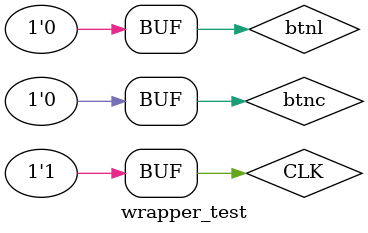
<source format=sv>
`timescale 1ns / 1ps


module wrapper_test();
logic CLK;
logic [15:0] LEDS;
logic [7:0] CATHODES;
logic [3:0] ANODES;
logic btnc,btnl;
OTTER_Wrapper w1(.CLK(CLK),.SWITCHES(0),.LEDS(LEDS),.CATHODES(CATHODES),.ANODES(ANODES),.BTNC(btnc),.BTNL(btnl));
always
    begin
        CLK = 0; #5; CLK = 1; #5;
    end
initial
begin
//OTTER_Wrapper(
//   input CLK,
//   input BTNL,
//   input BTNC,
//   input [15:0] SWITCHES,
//   output logic [15:0] LEDS,
//   output [7:0] CATHODES,
//   output [3:0] ANODES
//   );
btnc = 1;
#5
btnc = 0;
btnl = 1;
#800
btnl = 0;




end
endmodule

</source>
